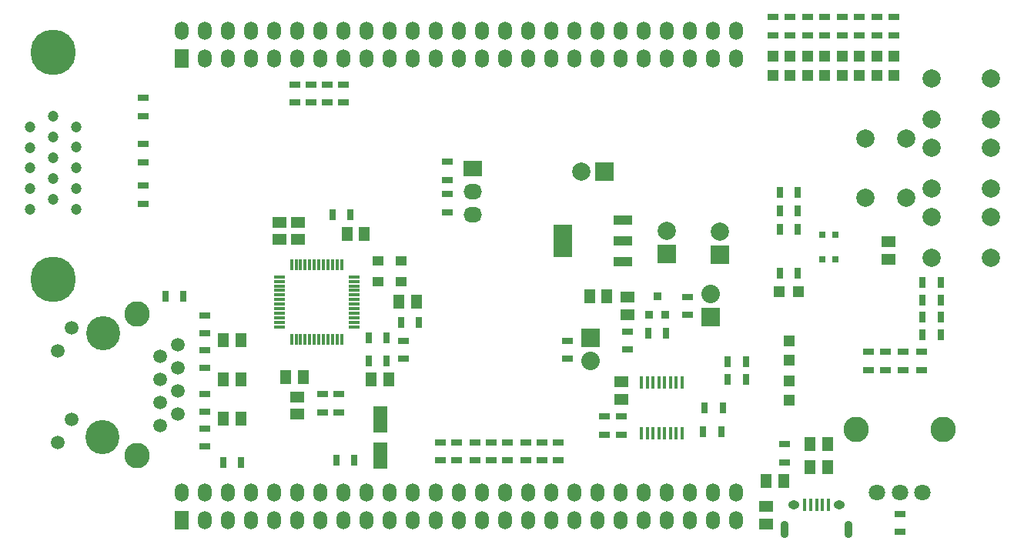
<source format=gts>
%FSLAX46Y46*%
G04 Gerber Fmt 4.6, Leading zero omitted, Abs format (unit mm)*
G04 Created by KiCad (PCBNEW (2014-08-12 BZR 5067)-product) date mar 26 ago 2014 17:36:39 ART*
%MOMM*%
G01*
G04 APERTURE LIST*
%ADD10C,0.150000*%
%ADD11O,1.500000X2.000000*%
%ADD12R,1.500000X2.000000*%
%ADD13R,2.032000X1.727200*%
%ADD14O,2.032000X1.727200*%
%ADD15R,2.032000X2.032000*%
%ADD16O,2.032000X2.032000*%
%ADD17R,1.198880X0.800100*%
%ADD18R,0.800100X1.198880*%
%ADD19C,1.998980*%
%ADD20R,0.400000X1.400000*%
%ADD21R,1.998980X1.998980*%
%ADD22C,3.750000*%
%ADD23C,1.500000*%
%ADD24C,2.800000*%
%ADD25R,0.914400X0.914400*%
%ADD26C,1.800000*%
%ADD27R,2.032000X3.657600*%
%ADD28R,2.032000X1.016000*%
%ADD29O,0.900000X1.900000*%
%ADD30O,1.250000X0.950000*%
%ADD31R,0.400000X1.350000*%
%ADD32R,1.501140X2.999740*%
%ADD33R,1.300480X1.498600*%
%ADD34R,1.498600X1.300480*%
%ADD35R,1.198880X1.198880*%
%ADD36R,0.800000X0.800000*%
%ADD37R,1.300480X0.299720*%
%ADD38R,0.299720X1.300480*%
%ADD39R,1.193800X1.092200*%
%ADD40C,5.001260*%
%ADD41C,1.198880*%
G04 APERTURE END LIST*
D10*
D11*
X173375250Y-76926250D03*
X170835250Y-76926250D03*
X168295250Y-76926250D03*
X165755250Y-76926250D03*
X163215250Y-76926250D03*
X160675250Y-76926250D03*
X158135250Y-76926250D03*
X155595250Y-76926250D03*
X153055250Y-76926250D03*
X150515250Y-76926250D03*
X147975250Y-76926250D03*
X145435250Y-76926250D03*
X142895250Y-76926250D03*
X140355250Y-76926250D03*
X137815250Y-76926250D03*
X135275250Y-76926250D03*
X132735250Y-76926250D03*
X130195250Y-76926250D03*
X127655250Y-76926250D03*
X125115250Y-76926250D03*
X122575250Y-76926250D03*
X120035250Y-76926250D03*
X117495250Y-76926250D03*
X114955250Y-76926250D03*
D12*
X112415250Y-76926250D03*
D11*
X112415250Y-73886250D03*
X114955250Y-73886250D03*
X117495250Y-73886250D03*
X120035250Y-73886250D03*
X122575250Y-73886250D03*
X125115250Y-73886250D03*
X127655250Y-73886250D03*
X130195250Y-73886250D03*
X132735250Y-73886250D03*
X135275250Y-73886250D03*
X137815250Y-73886250D03*
X140355250Y-73886250D03*
X142895250Y-73886250D03*
X145435250Y-73886250D03*
X147975250Y-73886250D03*
X150515250Y-73886250D03*
X153055250Y-73886250D03*
X155595250Y-73886250D03*
X158135250Y-73886250D03*
X160675250Y-73886250D03*
X163215250Y-73886250D03*
X165755250Y-73886250D03*
X168295250Y-73886250D03*
X170835250Y-73886250D03*
X173375250Y-73886250D03*
X173375250Y-124686250D03*
X170835250Y-124686250D03*
X168295250Y-124686250D03*
X165755250Y-124686250D03*
X163215250Y-124686250D03*
X160675250Y-124686250D03*
X158135250Y-124686250D03*
X155595250Y-124686250D03*
X153055250Y-124686250D03*
X150515250Y-124686250D03*
X147975250Y-124686250D03*
X145435250Y-124686250D03*
X142895250Y-124686250D03*
X140355250Y-124686250D03*
X137815250Y-124686250D03*
X135275250Y-124686250D03*
X132735250Y-124686250D03*
X130195250Y-124686250D03*
X127655250Y-124686250D03*
X125115250Y-124686250D03*
X122575250Y-124686250D03*
X120035250Y-124686250D03*
X117495250Y-124686250D03*
X114955250Y-124686250D03*
X112415250Y-124686250D03*
D12*
X112415250Y-127726250D03*
D11*
X114955250Y-127726250D03*
X117495250Y-127726250D03*
X120035250Y-127726250D03*
X122575250Y-127726250D03*
X125115250Y-127726250D03*
X127655250Y-127726250D03*
X130195250Y-127726250D03*
X132735250Y-127726250D03*
X135275250Y-127726250D03*
X137815250Y-127726250D03*
X140355250Y-127726250D03*
X142895250Y-127726250D03*
X145435250Y-127726250D03*
X147975250Y-127726250D03*
X150515250Y-127726250D03*
X153055250Y-127726250D03*
X155595250Y-127726250D03*
X158135250Y-127726250D03*
X160675250Y-127726250D03*
X163215250Y-127726250D03*
X165755250Y-127726250D03*
X168295250Y-127726250D03*
X170835250Y-127726250D03*
X173375250Y-127726250D03*
D13*
X144430750Y-89058750D03*
D14*
X144430750Y-91598750D03*
X144430750Y-94138750D03*
D15*
X170529250Y-105441750D03*
D16*
X170529250Y-102901750D03*
D15*
X157321250Y-107727750D03*
D16*
X157321250Y-110267750D03*
D17*
X178657250Y-121365010D03*
X178657250Y-119363490D03*
D18*
X178164490Y-100552250D03*
X180166010Y-100552250D03*
D17*
X141636750Y-91867990D03*
X141636750Y-93869510D03*
X141636750Y-90313510D03*
X141636750Y-88311990D03*
D18*
X180166010Y-95789750D03*
X178164490Y-95789750D03*
X178164490Y-93757750D03*
X180166010Y-93757750D03*
X178164490Y-91725750D03*
X180166010Y-91725750D03*
D17*
X128365250Y-79802990D03*
X128365250Y-81804510D03*
X126587250Y-79802990D03*
X126587250Y-81804510D03*
X124809250Y-79802990D03*
X124809250Y-81804510D03*
X130143250Y-79802990D03*
X130143250Y-81804510D03*
X191357250Y-129048510D03*
X191357250Y-127046990D03*
X177387250Y-72373490D03*
X177387250Y-74375010D03*
X179292250Y-72373490D03*
X179292250Y-74375010D03*
X181197250Y-72373490D03*
X181197250Y-74375010D03*
X183102250Y-72373490D03*
X183102250Y-74375010D03*
X185007250Y-72373490D03*
X185007250Y-74375010D03*
X186912250Y-72373490D03*
X186912250Y-74375010D03*
X188817250Y-72373490D03*
X188817250Y-74375010D03*
X190722250Y-72373490D03*
X190722250Y-74375010D03*
D18*
X169909490Y-115411250D03*
X171911010Y-115411250D03*
X169750740Y-117983000D03*
X171752260Y-117983000D03*
X165688010Y-107219750D03*
X163686490Y-107219750D03*
D17*
X167989250Y-103170990D03*
X167989250Y-105172510D03*
X160750250Y-116315490D03*
X160750250Y-118317010D03*
X158845250Y-116315490D03*
X158845250Y-118317010D03*
D18*
X172449490Y-110331250D03*
X174451010Y-110331250D03*
X172449490Y-112236250D03*
X174451010Y-112236250D03*
D17*
X161385250Y-108982510D03*
X161385250Y-106980990D03*
X154781250Y-109998510D03*
X154781250Y-107996990D03*
X142589250Y-119172990D03*
X142589250Y-121174510D03*
X140811250Y-119172990D03*
X140811250Y-121174510D03*
X148177250Y-119172990D03*
X148177250Y-121174510D03*
X146399250Y-119172990D03*
X146399250Y-121174510D03*
X144621250Y-119172990D03*
X144621250Y-121174510D03*
X153765250Y-119172990D03*
X153765250Y-121174510D03*
X151987250Y-119172990D03*
X151987250Y-121174510D03*
X150209250Y-119172990D03*
X150209250Y-121174510D03*
X108140500Y-90947240D03*
X108140500Y-92948760D03*
X108140500Y-86375240D03*
X108140500Y-88376760D03*
X108140500Y-83296760D03*
X108140500Y-81295240D03*
D18*
X136508490Y-106013250D03*
X138510010Y-106013250D03*
X128951990Y-94138750D03*
X130953510Y-94138750D03*
X131398010Y-121189750D03*
X129396490Y-121189750D03*
X116950490Y-121443750D03*
X118952010Y-121443750D03*
D17*
X127857250Y-115904010D03*
X127857250Y-113902490D03*
X129635250Y-115904010D03*
X129635250Y-113902490D03*
D18*
X134954010Y-107727750D03*
X132952490Y-107727750D03*
D17*
X114903250Y-113838990D03*
X114903250Y-115840510D03*
X114903250Y-107204510D03*
X114903250Y-105202990D03*
D18*
X110600490Y-103155750D03*
X112602010Y-103155750D03*
D17*
X136747250Y-109998510D03*
X136747250Y-107996990D03*
X114903250Y-119650510D03*
X114903250Y-117648990D03*
X114903250Y-111014510D03*
X114903250Y-109012990D03*
D18*
X132952490Y-110267750D03*
X134954010Y-110267750D03*
D17*
X191706500Y-109235240D03*
X191706500Y-111236760D03*
X187896500Y-109235240D03*
X187896500Y-111236760D03*
X189801500Y-109235240D03*
X189801500Y-111236760D03*
X193738500Y-109235240D03*
X193738500Y-111236760D03*
D18*
X195882260Y-105410000D03*
X193880740Y-105410000D03*
X195882260Y-101600000D03*
X193880740Y-101600000D03*
X195882260Y-103505000D03*
X193880740Y-103505000D03*
X195882260Y-107315000D03*
X193880740Y-107315000D03*
D19*
X187582810Y-85744050D03*
X192083690Y-92246450D03*
X192083690Y-85744050D03*
X187582810Y-92246450D03*
X194837050Y-98865690D03*
X201339450Y-94364810D03*
X194837050Y-94364810D03*
X201339450Y-98865690D03*
X194837050Y-91245690D03*
X201339450Y-86744810D03*
X194837050Y-86744810D03*
X201339450Y-91245690D03*
X194837050Y-83625690D03*
X201339450Y-79124810D03*
X194837050Y-79124810D03*
X201339450Y-83625690D03*
D20*
X164877750Y-118211250D03*
X165512750Y-118211250D03*
X166147750Y-118211250D03*
X166782750Y-118211250D03*
X162972750Y-112611250D03*
X162972750Y-118211250D03*
X163607750Y-118211250D03*
X164242750Y-118211250D03*
X167417750Y-112611250D03*
X166782750Y-112611250D03*
X166147750Y-112611250D03*
X165512750Y-112611250D03*
X164877750Y-112611250D03*
X164242750Y-112611250D03*
X167417750Y-118211250D03*
X163607750Y-112611250D03*
D21*
X171545250Y-98583750D03*
D19*
X171545250Y-96043750D03*
D21*
X165703250Y-98456750D03*
D19*
X165703250Y-95916750D03*
D21*
X158845250Y-89376250D03*
D19*
X156305250Y-89376250D03*
D22*
X103785250Y-107156250D03*
X103695250Y-118586250D03*
D23*
X110035250Y-117316250D03*
X111985250Y-116046250D03*
X110035250Y-114776250D03*
X111985250Y-113506250D03*
X110035250Y-112236250D03*
X111985250Y-110966250D03*
X110035250Y-109696250D03*
X111985250Y-108426250D03*
X98795250Y-119196250D03*
X100315250Y-116656250D03*
X98795250Y-109086250D03*
X100315250Y-106546250D03*
D24*
X107495250Y-105096250D03*
X107495250Y-120646250D03*
D25*
X165576250Y-105187750D03*
X163798250Y-105187750D03*
X164687250Y-103155750D03*
D26*
X188857250Y-124745750D03*
X191357250Y-124745750D03*
X193857250Y-124745750D03*
D24*
X196157250Y-117745750D03*
X186557250Y-117745750D03*
D27*
X154273250Y-96996250D03*
D28*
X160877250Y-96996250D03*
X160877250Y-94710250D03*
X160877250Y-99282250D03*
D29*
X185713250Y-128746250D03*
D30*
X184713250Y-126046250D03*
X179713250Y-126046250D03*
D31*
X182863250Y-126046250D03*
X183513250Y-126046250D03*
X181563250Y-126046250D03*
X182213250Y-126046250D03*
X180913250Y-126046250D03*
D29*
X178713250Y-128746250D03*
D32*
X134207250Y-120648730D03*
X134207250Y-116650770D03*
D33*
X178593750Y-123412250D03*
X176688750Y-123412250D03*
X181514750Y-121951750D03*
X183419750Y-121951750D03*
D34*
X176625250Y-126269750D03*
X176625250Y-128174750D03*
X160750250Y-114458750D03*
X160750250Y-112553750D03*
D33*
X181514750Y-119348250D03*
X183419750Y-119348250D03*
D34*
X161385250Y-103219250D03*
X161385250Y-105124250D03*
D33*
X159162750Y-103155750D03*
X157257750Y-103155750D03*
X130587750Y-96297750D03*
X132492750Y-96297750D03*
D34*
X125190250Y-94964250D03*
X125190250Y-96869250D03*
D33*
X125761750Y-112045750D03*
X123856750Y-112045750D03*
D34*
X123158250Y-94964250D03*
X123158250Y-96869250D03*
D33*
X133254750Y-112299750D03*
X135159750Y-112299750D03*
X136302750Y-103727250D03*
X138207750Y-103727250D03*
X116998750Y-116617750D03*
X118903750Y-116617750D03*
X116998750Y-107981750D03*
X118903750Y-107981750D03*
D34*
X125063250Y-116109750D03*
X125063250Y-114204750D03*
D33*
X116998750Y-112299750D03*
X118903750Y-112299750D03*
D34*
X190087250Y-99028250D03*
X190087250Y-97123250D03*
D35*
X177387250Y-78804770D03*
X177387250Y-76706730D03*
X179292250Y-78804770D03*
X179292250Y-76706730D03*
X181197250Y-78804770D03*
X181197250Y-76706730D03*
X183102250Y-78804770D03*
X183102250Y-76706730D03*
X185007250Y-78804770D03*
X185007250Y-76706730D03*
X186912250Y-78804770D03*
X186912250Y-76706730D03*
X188817250Y-78804770D03*
X188817250Y-76706730D03*
X190722250Y-78804770D03*
X190722250Y-76706730D03*
X178116230Y-102647750D03*
X180214270Y-102647750D03*
X179165250Y-110110270D03*
X179165250Y-108012230D03*
X179165250Y-112457230D03*
X179165250Y-114555270D03*
D36*
X182796750Y-99064750D03*
X184296750Y-99064750D03*
X184296750Y-96324750D03*
X182796750Y-96324750D03*
D37*
X123122690Y-102477570D03*
X123122690Y-102977950D03*
X123122690Y-103478330D03*
X123122690Y-103976170D03*
X123122690Y-104476550D03*
X123122690Y-100976430D03*
X123122690Y-101476810D03*
X123122690Y-101977190D03*
D38*
X124471430Y-107826810D03*
X124971810Y-107826810D03*
X125472190Y-107826810D03*
X125972570Y-107826810D03*
X126472950Y-107826810D03*
X126973330Y-107826810D03*
X127471170Y-107826810D03*
X127971550Y-107826810D03*
D37*
X131321810Y-106478070D03*
X131321810Y-105977690D03*
X131321810Y-105477310D03*
X131321810Y-104976930D03*
X131321810Y-104476550D03*
X131321810Y-103976170D03*
X131321810Y-103478330D03*
X131321810Y-102977950D03*
D38*
X129973070Y-99627690D03*
X129472690Y-99627690D03*
X128972310Y-99627690D03*
X128471930Y-99627690D03*
X127971550Y-99627690D03*
X127471170Y-99627690D03*
X126973330Y-99627690D03*
X126472950Y-99627690D03*
D37*
X123122690Y-104976930D03*
X123122690Y-105477310D03*
X123122690Y-105977690D03*
X123122690Y-106478070D03*
D38*
X128471930Y-107826810D03*
X128972310Y-107826810D03*
X129472690Y-107826810D03*
X129973070Y-107826810D03*
D37*
X131321810Y-102477570D03*
X131321810Y-101977190D03*
X131321810Y-101476810D03*
X131321810Y-100976430D03*
D38*
X125972570Y-99627690D03*
X125472190Y-99627690D03*
X124971810Y-99627690D03*
X124471430Y-99627690D03*
D39*
X136525000Y-99187000D03*
X133985000Y-99187000D03*
X133985000Y-101473000D03*
X136525000Y-101473000D03*
D40*
X98234500Y-76272000D03*
D41*
X100774500Y-89012000D03*
X100774500Y-86732000D03*
X100774500Y-84452000D03*
X100774500Y-91292000D03*
X100774500Y-93572000D03*
X98234500Y-90152000D03*
X98234500Y-87872000D03*
X98234500Y-85592000D03*
X98234500Y-83312000D03*
D40*
X98234500Y-101262000D03*
D41*
X98234500Y-92432000D03*
X95694500Y-84452000D03*
X95694500Y-86772000D03*
X95694500Y-89012000D03*
X95694500Y-91292000D03*
X95694500Y-93572000D03*
M02*

</source>
